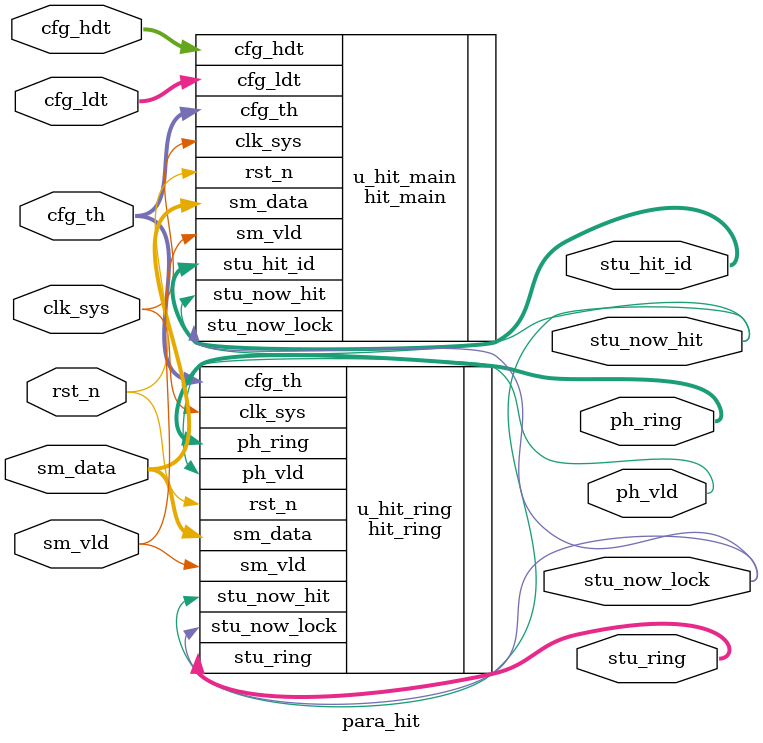
<source format=v>

module para_hit(
//data path
sm_data,
sm_vld,
//register
cfg_th,
cfg_hdt,
cfg_ldt,
stu_now_hit,
stu_now_lock,
stu_hit_id,
stu_ring,
//para 
ph_ring,
ph_vld,
//clk rst
clk_sys,
rst_n
);
//data path
input [15:0]	sm_data;
input					sm_vld;
//register
input [15:0]	cfg_th;
input [15:0]	cfg_hdt;
input [15:0]	cfg_ldt;
output stu_now_hit;
output stu_now_lock;
output [15:0] stu_hit_id;
output [15:0] stu_ring;
//para 
output [15:0]	ph_ring;
output 				ph_vld;
//clk rst
input clk_sys;
input rst_n;
//--------------------------------
//--------------------------------

hit_main u_hit_main(
//data path
.sm_data(sm_data),
.sm_vld(sm_vld),
//register
.cfg_th(cfg_th),
.cfg_hdt(cfg_hdt),
.cfg_ldt(cfg_ldt),
.stu_now_hit(stu_now_hit),
.stu_now_lock(stu_now_lock),
.stu_hit_id(stu_hit_id),
//clk rst
.clk_sys(clk_sys),
.rst_n(rst_n)
);


hit_ring u_hit_ring(
//data path
.sm_data(sm_data),
.sm_vld(sm_vld),
//register
.cfg_th(cfg_th),
.stu_now_hit(stu_now_hit),
.stu_now_lock(stu_now_lock),
.stu_ring(stu_ring),
//para
.ph_ring(ph_ring),
.ph_vld(ph_vld),
//clk rst
.clk_sys(clk_sys),
.rst_n(rst_n)
);


endmodule


</source>
